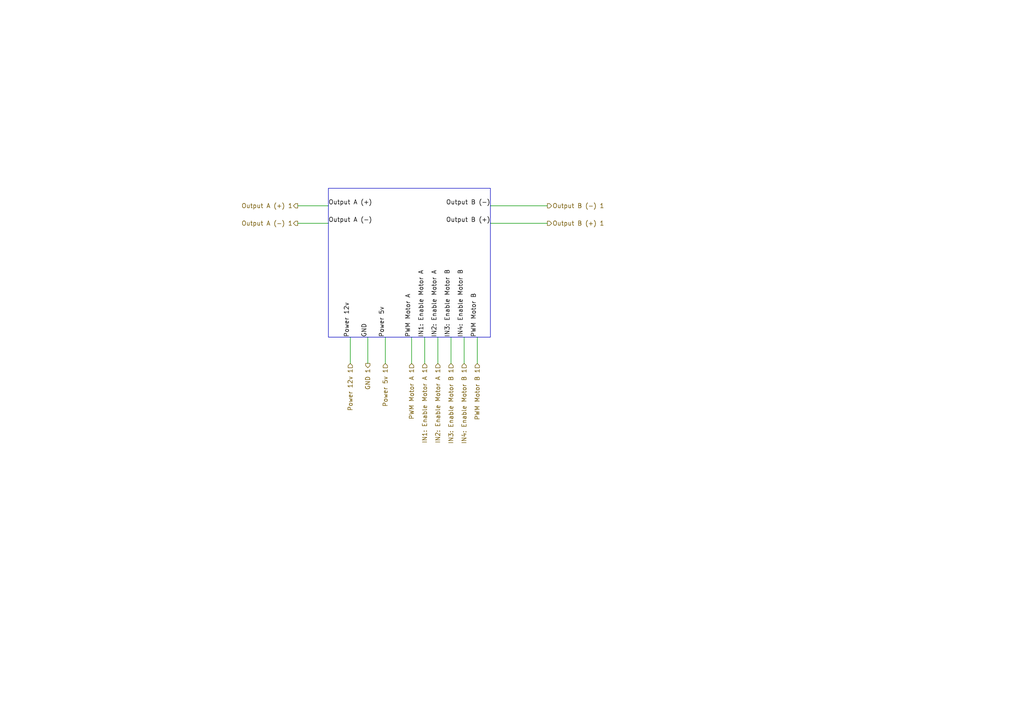
<source format=kicad_sch>
(kicad_sch
	(version 20231120)
	(generator "eeschema")
	(generator_version "8.0")
	(uuid "35be0ca1-4b27-4f3d-8249-bb213b5a4492")
	(paper "A4")
	(lib_symbols)
	(wire
		(pts
			(xy 106.68 97.79) (xy 106.68 105.41)
		)
		(stroke
			(width 0)
			(type default)
		)
		(uuid "2d868dfd-59c4-4347-ab6d-c529e6b34214")
	)
	(wire
		(pts
			(xy 134.62 97.79) (xy 134.62 105.41)
		)
		(stroke
			(width 0)
			(type default)
		)
		(uuid "31b3b159-b07f-4660-822a-307ceea5cb44")
	)
	(wire
		(pts
			(xy 142.24 64.77) (xy 158.75 64.77)
		)
		(stroke
			(width 0)
			(type default)
		)
		(uuid "44eef6d0-7293-4f1a-8e0b-f474cc6a4bf1")
	)
	(wire
		(pts
			(xy 86.36 64.77) (xy 95.25 64.77)
		)
		(stroke
			(width 0)
			(type default)
		)
		(uuid "7a0c3ab8-4a9c-4267-8027-b1fde691f622")
	)
	(wire
		(pts
			(xy 142.24 59.69) (xy 158.75 59.69)
		)
		(stroke
			(width 0)
			(type default)
		)
		(uuid "7dbfff56-686e-42c8-9c88-22803d6c9f05")
	)
	(wire
		(pts
			(xy 86.36 59.69) (xy 95.25 59.69)
		)
		(stroke
			(width 0)
			(type default)
		)
		(uuid "8e9dcf7a-b038-49f6-8e16-3424f27afa04")
	)
	(wire
		(pts
			(xy 119.38 97.79) (xy 119.38 105.41)
		)
		(stroke
			(width 0)
			(type default)
		)
		(uuid "94333ada-bd6f-47ef-863a-6d51637b15e5")
	)
	(wire
		(pts
			(xy 101.6 97.79) (xy 101.6 105.41)
		)
		(stroke
			(width 0)
			(type default)
		)
		(uuid "956a732b-dae1-4453-baf4-700356592f67")
	)
	(wire
		(pts
			(xy 130.81 97.79) (xy 130.81 105.41)
		)
		(stroke
			(width 0)
			(type default)
		)
		(uuid "992d99c1-6ba1-401d-b5d2-1d7c04bb609a")
	)
	(wire
		(pts
			(xy 123.19 97.79) (xy 123.19 105.41)
		)
		(stroke
			(width 0)
			(type default)
		)
		(uuid "a12d4673-5f33-49ee-810d-91d9794b788d")
	)
	(wire
		(pts
			(xy 127 97.79) (xy 127 105.41)
		)
		(stroke
			(width 0)
			(type default)
		)
		(uuid "a783539b-dc66-4eef-911a-6100783485d3")
	)
	(wire
		(pts
			(xy 111.76 97.79) (xy 111.76 105.41)
		)
		(stroke
			(width 0)
			(type default)
		)
		(uuid "b1ea431c-13c6-45dc-bdf5-b7a4a6b73f81")
	)
	(wire
		(pts
			(xy 138.43 97.79) (xy 138.43 105.41)
		)
		(stroke
			(width 0)
			(type default)
		)
		(uuid "f6736df6-017c-4a44-9a90-c61a4d003f31")
	)
	(rectangle
		(start 95.25 54.61)
		(end 142.24 97.79)
		(stroke
			(width 0)
			(type default)
		)
		(fill
			(type none)
		)
		(uuid 9332aedf-162d-4919-b024-44ba3ca74076)
	)
	(label "PWM Motor B"
		(at 138.43 97.79 90)
		(fields_autoplaced yes)
		(effects
			(font
				(size 1.27 1.27)
			)
			(justify left bottom)
		)
		(uuid "27c22816-b0c9-4038-aa9f-6873a159bfdc")
	)
	(label "IN1: Enable Motor A"
		(at 123.19 97.79 90)
		(fields_autoplaced yes)
		(effects
			(font
				(size 1.27 1.27)
			)
			(justify left bottom)
		)
		(uuid "296be59c-abc5-4b61-843d-5dc997582703")
	)
	(label "IN4: Enable Motor B"
		(at 134.62 97.79 90)
		(fields_autoplaced yes)
		(effects
			(font
				(size 1.27 1.27)
			)
			(justify left bottom)
		)
		(uuid "3b699132-0fdf-45f5-bf88-e08581883354")
	)
	(label "Output A (-)"
		(at 95.25 64.77 0)
		(fields_autoplaced yes)
		(effects
			(font
				(size 1.27 1.27)
			)
			(justify left bottom)
		)
		(uuid "4a36f7bd-bf7d-4b48-a785-63d5dea0e273")
	)
	(label "Output A (+)"
		(at 95.25 59.69 0)
		(fields_autoplaced yes)
		(effects
			(font
				(size 1.27 1.27)
			)
			(justify left bottom)
		)
		(uuid "8d147b76-4061-4142-b99b-a2d0838b228c")
	)
	(label "Power 5v"
		(at 111.76 97.79 90)
		(fields_autoplaced yes)
		(effects
			(font
				(size 1.27 1.27)
			)
			(justify left bottom)
		)
		(uuid "8f2826af-e40c-48a2-afc8-189d28661972")
	)
	(label "PWM Motor A"
		(at 119.38 97.79 90)
		(fields_autoplaced yes)
		(effects
			(font
				(size 1.27 1.27)
			)
			(justify left bottom)
		)
		(uuid "95a869e2-2779-4815-a02e-82fd72fcabf8")
	)
	(label "IN2: Enable Motor A"
		(at 127 97.79 90)
		(fields_autoplaced yes)
		(effects
			(font
				(size 1.27 1.27)
			)
			(justify left bottom)
		)
		(uuid "aeedc218-1443-43d8-a859-f0b59bb4ef5a")
	)
	(label "Output B (+)"
		(at 142.24 64.77 180)
		(fields_autoplaced yes)
		(effects
			(font
				(size 1.27 1.27)
			)
			(justify right bottom)
		)
		(uuid "af2a5282-335d-4d1f-bedb-0b16630e6d4a")
	)
	(label "GND"
		(at 106.68 97.79 90)
		(fields_autoplaced yes)
		(effects
			(font
				(size 1.27 1.27)
			)
			(justify left bottom)
		)
		(uuid "db9a827d-55ca-406b-a53f-1a9253a2f427")
	)
	(label "Power 12v"
		(at 101.6 97.79 90)
		(fields_autoplaced yes)
		(effects
			(font
				(size 1.27 1.27)
			)
			(justify left bottom)
		)
		(uuid "de1bc357-8188-42a6-bc3e-25702b18589b")
	)
	(label "IN3: Enable Motor B"
		(at 130.81 97.79 90)
		(fields_autoplaced yes)
		(effects
			(font
				(size 1.27 1.27)
			)
			(justify left bottom)
		)
		(uuid "e93878a6-4e91-44cd-8b70-5b71b8b866c8")
	)
	(label "Output B (-)"
		(at 142.24 59.69 180)
		(fields_autoplaced yes)
		(effects
			(font
				(size 1.27 1.27)
			)
			(justify right bottom)
		)
		(uuid "f6cf5351-8009-44e9-b3b4-bded45bfb0d2")
	)
	(hierarchical_label "Output B (-) 1"
		(shape output)
		(at 158.75 59.69 0)
		(fields_autoplaced yes)
		(effects
			(font
				(size 1.27 1.27)
			)
			(justify left)
		)
		(uuid "359eae99-dc8a-40ea-b83c-e99ab079a4ca")
	)
	(hierarchical_label "GND 1"
		(shape output)
		(at 106.68 105.41 270)
		(fields_autoplaced yes)
		(effects
			(font
				(size 1.27 1.27)
			)
			(justify right)
		)
		(uuid "42440494-ccb2-4487-acee-cb42fc46f068")
	)
	(hierarchical_label "Output A (+) 1"
		(shape output)
		(at 86.36 59.69 180)
		(fields_autoplaced yes)
		(effects
			(font
				(size 1.27 1.27)
			)
			(justify right)
		)
		(uuid "5c012de9-be7d-4639-868f-d930e8fc575c")
	)
	(hierarchical_label "Output A (-) 1"
		(shape output)
		(at 86.36 64.77 180)
		(fields_autoplaced yes)
		(effects
			(font
				(size 1.27 1.27)
			)
			(justify right)
		)
		(uuid "625f3e29-2c1f-4aa4-b6d9-2bd7a4d1a740")
	)
	(hierarchical_label "Power 12v 1"
		(shape input)
		(at 101.6 105.41 270)
		(fields_autoplaced yes)
		(effects
			(font
				(size 1.27 1.27)
			)
			(justify right)
		)
		(uuid "633d43e9-6140-4214-aadf-b2cb3d85519e")
	)
	(hierarchical_label "Power 5v 1"
		(shape input)
		(at 111.76 105.41 270)
		(fields_autoplaced yes)
		(effects
			(font
				(size 1.27 1.27)
			)
			(justify right)
		)
		(uuid "63f0ac2a-8573-4770-b64e-391db462a2ea")
	)
	(hierarchical_label "IN2: Enable Motor A 1"
		(shape input)
		(at 127 105.41 270)
		(fields_autoplaced yes)
		(effects
			(font
				(size 1.27 1.27)
			)
			(justify right)
		)
		(uuid "7d343d26-7bda-4d02-bdbd-004a42119553")
	)
	(hierarchical_label "IN3: Enable Motor B 1"
		(shape input)
		(at 130.81 105.41 270)
		(fields_autoplaced yes)
		(effects
			(font
				(size 1.27 1.27)
			)
			(justify right)
		)
		(uuid "8e04d4c6-f5b8-4f3a-971a-ff652c16c6fd")
	)
	(hierarchical_label "PWM Motor A 1"
		(shape input)
		(at 119.38 105.41 270)
		(fields_autoplaced yes)
		(effects
			(font
				(size 1.27 1.27)
			)
			(justify right)
		)
		(uuid "9d2713e3-92b8-4066-a2c9-7d580d964e01")
	)
	(hierarchical_label "PWM Motor B 1"
		(shape input)
		(at 138.43 105.41 270)
		(fields_autoplaced yes)
		(effects
			(font
				(size 1.27 1.27)
			)
			(justify right)
		)
		(uuid "acf231f4-0584-4c52-b721-dbaac43d1f68")
	)
	(hierarchical_label "Output B (+) 1"
		(shape output)
		(at 158.75 64.77 0)
		(fields_autoplaced yes)
		(effects
			(font
				(size 1.27 1.27)
			)
			(justify left)
		)
		(uuid "b121172b-8524-46bc-9077-f6d0262cd15f")
	)
	(hierarchical_label "IN4: Enable Motor B 1"
		(shape input)
		(at 134.62 105.41 270)
		(fields_autoplaced yes)
		(effects
			(font
				(size 1.27 1.27)
			)
			(justify right)
		)
		(uuid "dbb3301d-fb45-495d-9278-64229d5cdf82")
	)
	(hierarchical_label "IN1: Enable Motor A 1"
		(shape input)
		(at 123.19 105.41 270)
		(fields_autoplaced yes)
		(effects
			(font
				(size 1.27 1.27)
			)
			(justify right)
		)
		(uuid "e8b3d526-192b-4a1d-8976-090d6a86e8c0")
	)
)

</source>
